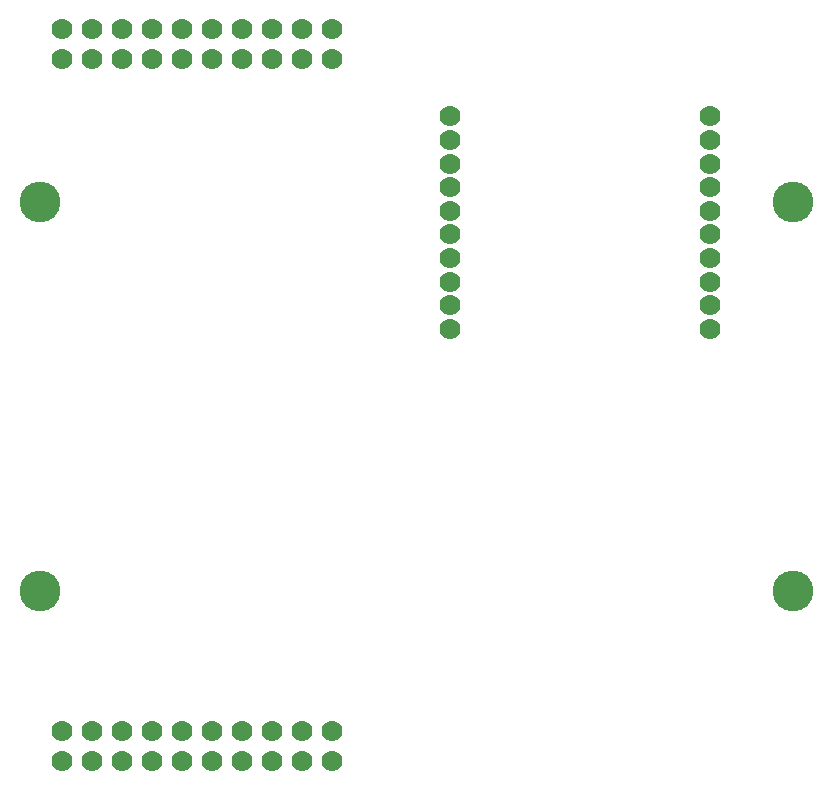
<source format=gbs>
*
*
G04 PADS 9.3.1 Build Number: 456998 generated Gerber (RS-274-X) file*
G04 PC Version=2.1*
*
%IN "DistanceRadioRover.pcb"*%
*
%MOIN*%
*
%FSLAX35Y35*%
*
*
*
*
G04 PC Standard Apertures*
*
*
G04 Thermal Relief Aperture macro.*
%AMTER*
1,1,$1,0,0*
1,0,$1-$2,0,0*
21,0,$3,$4,0,0,45*
21,0,$3,$4,0,0,135*
%
*
*
G04 Annular Aperture macro.*
%AMANN*
1,1,$1,0,0*
1,0,$2,0,0*
%
*
*
G04 Odd Aperture macro.*
%AMODD*
1,1,$1,0,0*
1,0,$1-0.005,0,0*
%
*
*
G04 PC Custom Aperture Macros*
*
*
*
*
*
*
G04 PC Aperture Table*
*
%ADD010C,0.001*%
%ADD051C,0.07*%
%ADD198C,0.13598*%
*
*
*
*
G04 PC Circuitry*
G04 Layer Name DistanceRadioRover.pcb - circuitry*
%LPD*%
*
*
G04 PC Custom Flashes*
G04 Layer Name DistanceRadioRover.pcb - flashes*
%LPD*%
*
*
G04 PC Circuitry*
G04 Layer Name DistanceRadioRover.pcb - circuitry*
%LPD*%
*
G54D10*
G54D51*
G01X21067Y8508D03*
Y18508D03*
X31067Y8508D03*
Y18508D03*
X41067Y8508D03*
Y18508D03*
X51067Y8508D03*
Y18508D03*
X61067Y8508D03*
Y18508D03*
X71067Y8508D03*
Y18508D03*
X81067Y8508D03*
Y18508D03*
X91067Y8508D03*
Y18508D03*
X101067Y8508D03*
Y18508D03*
X111067Y8508D03*
Y18508D03*
X21067Y242258D03*
Y252258D03*
X31067Y242258D03*
Y252258D03*
X41067Y242258D03*
Y252258D03*
X51067Y242258D03*
Y252258D03*
X61067Y242258D03*
Y252258D03*
X71067Y242258D03*
Y252258D03*
X81067Y242258D03*
Y252258D03*
X91067Y242258D03*
Y252258D03*
X101067Y242258D03*
Y252258D03*
X111067Y242258D03*
Y252258D03*
X237134Y223299D03*
Y215425D03*
Y207551D03*
Y199677D03*
Y191803D03*
Y183929D03*
Y176055D03*
Y168181D03*
Y160307D03*
Y152433D03*
X150520Y223299D03*
Y215425D03*
Y207551D03*
Y199677D03*
Y191803D03*
Y183929D03*
Y176055D03*
Y168181D03*
Y160307D03*
Y152433D03*
G54D198*
X13780Y64961D03*
Y194882D03*
X264567D03*
Y64961D03*
X0Y0D02*
M02*

</source>
